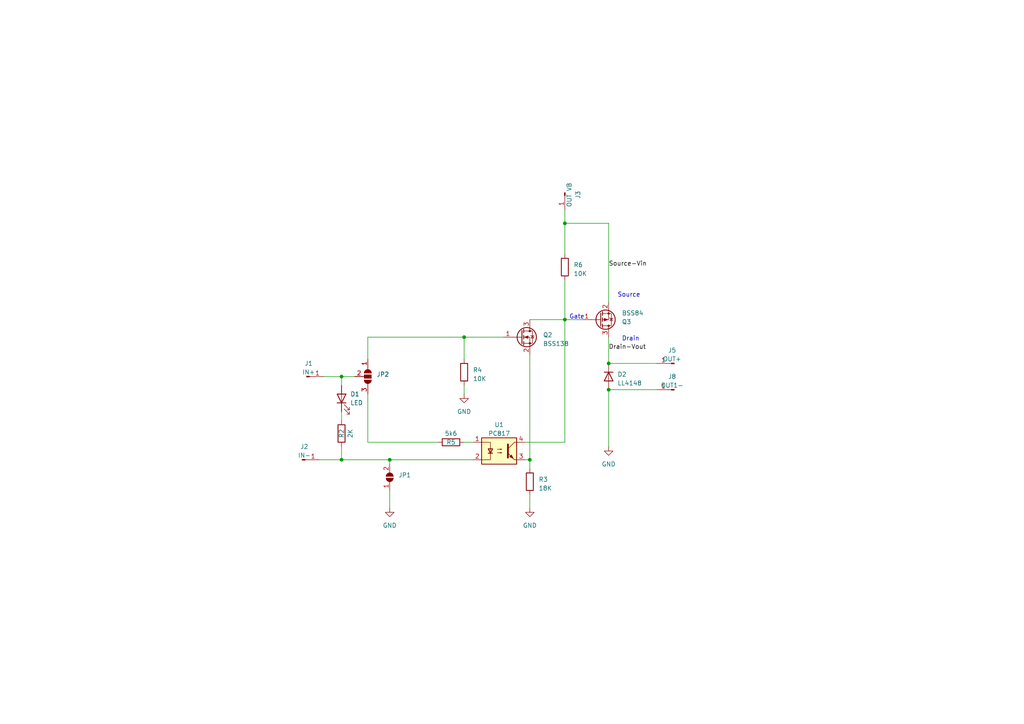
<source format=kicad_sch>
(kicad_sch (version 20230121) (generator eeschema)
  (paper "A4")
  (lib_symbols
    (symbol "Connector:Conn_01x01_Pin" (pin_names (offset 1.016) hide)
      (property "Reference" "J" (at 0 2.54 0))
      (property "Value" "Conn_01x01_Pin" (at 0 -2.54 0))
      (symbol "Conn_01x01_Pin_1_1"
        (polyline (pts (xy 1.27 0) (xy 0.8636 0)) (stroke (width 0.1524)))
        (rectangle (start 0.8636 0.127) (end 0 -0.127) (stroke (width 0.1524)) (fill (type outline)))
        (pin passive line (at 5.08 0 180) (length 3.81) (name "Pin_1") (number "1"))
      )
    )
    (symbol "Device:LED" (pin_numbers hide) (pin_names (offset 1.016) hide)
      (property "Reference" "D" (at 0 2.54 0))
      (property "Value" "LED" (at 0 -2.54 0))
      (symbol "LED_0_1"
        (polyline (pts (xy -1.27 -1.27) (xy -1.27 1.27)) (stroke (width 0.254)))
        (polyline (pts (xy -1.27 0) (xy 1.27 0)))
        (polyline (pts (xy 1.27 -1.27) (xy 1.27 1.27) (xy -1.27 0) (xy 1.27 -1.27)) (stroke (width 0.254)))
        (polyline (pts (xy -3.048 -0.762) (xy -4.572 -2.286) (xy -3.81 -2.286) (xy -4.572 -2.286) (xy -4.572 -1.524)))
        (polyline (pts (xy -1.778 -0.762) (xy -3.302 -2.286) (xy -2.54 -2.286) (xy -3.302 -2.286) (xy -3.302 -1.524)))
      )
      (symbol "LED_1_1"
        (pin passive line (at -3.81 0 0) (length 2.54) (name "K") (number "1"))
        (pin passive line (at 3.81 0 180) (length 2.54) (name "A") (number "2"))
      )
    )
    (symbol "Device:R" (pin_numbers hide) (pin_names (offset 0))
      (property "Reference" "R" (at 2.032 0 90))
      (property "Value" "R" (at 0 0 90))
      (symbol "R_0_1"
        (rectangle (start -1.016 -2.54) (end 1.016 2.54) (stroke (width 0.254)))
      )
      (symbol "R_1_1"
        (pin passive line (at 0 3.81 270) (length 1.27) (name "~") (number "1"))
        (pin passive line (at 0 -3.81 90) (length 1.27) (name "~") (number "2"))
      )
    )
    (symbol "Diode:1N4148W" (pin_numbers hide) (pin_names hide)
      (property "Reference" "D" (at 0 2.54 0))
      (property "Value" "1N4148W" (at 0 -2.54 0))
      (symbol "1N4148W_0_1"
        (polyline (pts (xy -1.27 1.27) (xy -1.27 -1.27)) (stroke (width 0.254)))
        (polyline (pts (xy 1.27 0) (xy -1.27 0)))
        (polyline (pts (xy 1.27 1.27) (xy 1.27 -1.27) (xy -1.27 0) (xy 1.27 1.27)) (stroke (width 0.254)))
      )
      (symbol "1N4148W_1_1"
        (pin passive line (at -3.81 0 0) (length 2.54) (name "K") (number "1"))
        (pin passive line (at 3.81 0 180) (length 2.54) (name "A") (number "2"))
      )
    )
    (symbol "Isolator:PC817" (pin_names (offset 1.016))
      (property "Reference" "U" (at -5.08 5.08 0))
      (property "Value" "PC817" (at 0 5.08 0))
      (symbol "PC817_0_1"
        (rectangle (start -5.08 3.81) (end 5.08 -3.81) (stroke (width 0.254)) (fill (type background)))
        (polyline (pts (xy -3.175 -0.635) (xy -1.905 -0.635)) (stroke (width 0.254)))
        (polyline (pts (xy 2.54 0.635) (xy 4.445 2.54)))
        (polyline (pts (xy 4.445 -2.54) (xy 2.54 -0.635)) (fill (type outline)))
        (polyline (pts (xy 4.445 -2.54) (xy 5.08 -2.54)))
        (polyline (pts (xy 4.445 2.54) (xy 5.08 2.54)))
        (polyline (pts (xy -5.08 2.54) (xy -2.54 2.54) (xy -2.54 -0.635)))
        (polyline (pts (xy -2.54 -0.635) (xy -2.54 -2.54) (xy -5.08 -2.54)))
        (polyline (pts (xy 2.54 1.905) (xy 2.54 -1.905) (xy 2.54 -1.905)) (stroke (width 0.508)))
        (polyline (pts (xy -2.54 -0.635) (xy -3.175 0.635) (xy -1.905 0.635) (xy -2.54 -0.635)) (stroke (width 0.254)))
        (polyline (pts (xy -0.508 -0.508) (xy 0.762 -0.508) (xy 0.381 -0.635) (xy 0.381 -0.381) (xy 0.762 -0.508)))
        (polyline (pts (xy -0.508 0.508) (xy 0.762 0.508) (xy 0.381 0.381) (xy 0.381 0.635) (xy 0.762 0.508)))
        (polyline (pts (xy 3.048 -1.651) (xy 3.556 -1.143) (xy 4.064 -2.159) (xy 3.048 -1.651) (xy 3.048 -1.651)) (fill (type outline)))
      )
      (symbol "PC817_1_1"
        (pin passive line (at -7.62 2.54 0) (length 2.54) (name "~") (number "1"))
        (pin passive line (at -7.62 -2.54 0) (length 2.54) (name "~") (number "2"))
        (pin passive line (at 7.62 -2.54 180) (length 2.54) (name "~") (number "3"))
        (pin passive line (at 7.62 2.54 180) (length 2.54) (name "~") (number "4"))
      )
    )
    (symbol "Jumper:SolderJumper_2_Open" (pin_names (offset 0) hide)
      (property "Reference" "JP" (at 0 2.032 0))
      (property "Value" "SolderJumper_2_Open" (at 0 -2.54 0))
      (symbol "SolderJumper_2_Open_0_1"
        (arc (start -0.254 1.016) (mid -1.2656 0) (end -0.254 -1.016))
        (arc (start -0.254 1.016) (mid -1.2656 0) (end -0.254 -1.016) (fill (type outline)))
        (polyline (pts (xy -0.254 1.016) (xy -0.254 -1.016)))
        (polyline (pts (xy 0.254 1.016) (xy 0.254 -1.016)))
        (arc (start 0.254 -1.016) (mid 1.2656 0) (end 0.254 1.016))
        (arc (start 0.254 -1.016) (mid 1.2656 0) (end 0.254 1.016) (fill (type outline)))
      )
      (symbol "SolderJumper_2_Open_1_1"
        (pin passive line (at -3.81 0 0) (length 2.54) (name "A") (number "1"))
        (pin passive line (at 3.81 0 180) (length 2.54) (name "B") (number "2"))
      )
    )
    (symbol "Jumper:SolderJumper_3_Open" (pin_names (offset 0) hide)
      (property "Reference" "JP" (at -2.54 -2.54 0))
      (property "Value" "SolderJumper_3_Open" (at 0 2.794 0))
      (symbol "SolderJumper_3_Open_0_1"
        (arc (start -1.016 1.016) (mid -2.0276 0) (end -1.016 -1.016))
        (arc (start -1.016 1.016) (mid -2.0276 0) (end -1.016 -1.016) (fill (type outline)))
        (rectangle (start -0.508 1.016) (end 0.508 -1.016) (fill (type outline)))
        (polyline (pts (xy -2.54 0) (xy -2.032 0)))
        (polyline (pts (xy -1.016 1.016) (xy -1.016 -1.016)))
        (polyline (pts (xy 0 -1.27) (xy 0 -1.016)))
        (polyline (pts (xy 1.016 1.016) (xy 1.016 -1.016)))
        (polyline (pts (xy 2.54 0) (xy 2.032 0)))
        (arc (start 1.016 -1.016) (mid 2.0276 0) (end 1.016 1.016))
        (arc (start 1.016 -1.016) (mid 2.0276 0) (end 1.016 1.016) (fill (type outline)))
      )
      (symbol "SolderJumper_3_Open_1_1"
        (pin passive line (at -5.08 0 0) (length 2.54) (name "A") (number "1"))
        (pin passive line (at 0 -3.81 90) (length 2.54) (name "C") (number "2"))
        (pin passive line (at 5.08 0 180) (length 2.54) (name "B") (number "3"))
      )
    )
    (symbol "Transistor_FET:BSS138" (pin_names hide)
      (property "Reference" "Q" (at 5.08 1.905 0))
      (property "Value" "BSS138" (at 5.08 0 0))
      (symbol "BSS138_0_1"
        (polyline (pts (xy 0.254 0) (xy -2.54 0)))
        (polyline (pts (xy 0.254 1.905) (xy 0.254 -1.905)) (stroke (width 0.254)))
        (polyline (pts (xy 0.762 -1.27) (xy 0.762 -2.286)) (stroke (width 0.254)))
        (polyline (pts (xy 0.762 0.508) (xy 0.762 -0.508)) (stroke (width 0.254)))
        (polyline (pts (xy 0.762 2.286) (xy 0.762 1.27)) (stroke (width 0.254)))
        (polyline (pts (xy 2.54 2.54) (xy 2.54 1.778)))
        (polyline (pts (xy 2.54 -2.54) (xy 2.54 0) (xy 0.762 0)))
        (polyline (pts (xy 0.762 -1.778) (xy 3.302 -1.778) (xy 3.302 1.778) (xy 0.762 1.778)))
        (polyline (pts (xy 1.016 0) (xy 2.032 0.381) (xy 2.032 -0.381) (xy 1.016 0)) (fill (type outline)))
        (polyline (pts (xy 2.794 0.508) (xy 2.921 0.381) (xy 3.683 0.381) (xy 3.81 0.254)))
        (polyline (pts (xy 3.302 0.381) (xy 2.921 -0.254) (xy 3.683 -0.254) (xy 3.302 0.381)))
        (circle (center 1.651 0) (radius 2.794) (stroke (width 0.254)))
        (circle (center 2.54 -1.778) (radius 0.254) (fill (type outline)))
        (circle (center 2.54 1.778) (radius 0.254) (fill (type outline)))
      )
      (symbol "BSS138_1_1"
        (pin input line (at -5.08 0 0) (length 2.54) (name "G") (number "1"))
        (pin passive line (at 2.54 -5.08 90) (length 2.54) (name "S") (number "2"))
        (pin passive line (at 2.54 5.08 270) (length 2.54) (name "D") (number "3"))
      )
    )
    (symbol "Transistor_FET:BSS84" (pin_names hide)
      (property "Reference" "Q" (at 5.08 1.905 0))
      (property "Value" "BSS84" (at 5.08 0 0))
      (symbol "BSS84_0_1"
        (polyline (pts (xy 0.254 0) (xy -2.54 0)))
        (polyline (pts (xy 0.254 1.905) (xy 0.254 -1.905)) (stroke (width 0.254)))
        (polyline (pts (xy 0.762 -1.27) (xy 0.762 -2.286)) (stroke (width 0.254)))
        (polyline (pts (xy 0.762 0.508) (xy 0.762 -0.508)) (stroke (width 0.254)))
        (polyline (pts (xy 0.762 2.286) (xy 0.762 1.27)) (stroke (width 0.254)))
        (polyline (pts (xy 2.54 2.54) (xy 2.54 1.778)))
        (polyline (pts (xy 2.54 -2.54) (xy 2.54 0) (xy 0.762 0)))
        (polyline (pts (xy 0.762 1.778) (xy 3.302 1.778) (xy 3.302 -1.778) (xy 0.762 -1.778)))
        (polyline (pts (xy 2.286 0) (xy 1.27 0.381) (xy 1.27 -0.381) (xy 2.286 0)) (fill (type outline)))
        (polyline (pts (xy 2.794 -0.508) (xy 2.921 -0.381) (xy 3.683 -0.381) (xy 3.81 -0.254)))
        (polyline (pts (xy 3.302 -0.381) (xy 2.921 0.254) (xy 3.683 0.254) (xy 3.302 -0.381)))
        (circle (center 1.651 0) (radius 2.794) (stroke (width 0.254)))
        (circle (center 2.54 -1.778) (radius 0.254) (fill (type outline)))
        (circle (center 2.54 1.778) (radius 0.254) (fill (type outline)))
      )
      (symbol "BSS84_1_1"
        (pin input line (at -5.08 0 0) (length 2.54) (name "G") (number "1"))
        (pin passive line (at 2.54 -5.08 90) (length 2.54) (name "S") (number "2"))
        (pin passive line (at 2.54 5.08 270) (length 2.54) (name "D") (number "3"))
      )
    )
    (symbol "power:GND" (power) (pin_names (offset 0))
      (property "Value" "GND" (at 0 -3.81 0))
      (symbol "GND_0_1"
        (polyline (pts (xy 0 0) (xy 0 -1.27) (xy 1.27 -1.27) (xy 0 -2.54) (xy -1.27 -1.27) (xy 0 -1.27)))
      )
      (symbol "GND_1_1"
        (pin power_in line (at 0 0 270) (length 0) hide (name "GND") (number "1"))
      )
    )
  )
  (junction (at 163.83 64.77))
  (junction (at 176.53 105.41))
  (junction (at 134.62 97.79))
  (junction (at 153.67 133.35))
  (junction (at 113.03 133.35))
  (junction (at 99.06 109.22))
  (junction (at 176.53 113.03))
  (junction (at 99.06 133.35))
  (junction (at 163.83 92.71))
  (wire (pts (xy 134.62 128.27) (xy 137.16 128.27)))
  (wire (pts (xy 92.71 133.35) (xy 99.06 133.35)))
  (wire (pts (xy 134.62 111.76) (xy 134.62 114.3)))
  (wire (pts (xy 113.03 147.32) (xy 113.03 142.24)))
  (wire (pts (xy 106.68 128.27) (xy 127 128.27)))
  (wire (pts (xy 113.03 133.35) (xy 137.16 133.35)))
  (wire (pts (xy 99.06 133.35) (xy 113.03 133.35)))
  (wire (pts (xy 152.4 133.35) (xy 153.67 133.35)))
  (wire (pts (xy 134.62 97.79) (xy 134.62 104.14)))
  (wire (pts (xy 153.67 143.51) (xy 153.67 147.32)))
  (wire (pts (xy 176.53 64.77) (xy 176.53 87.63)))
  (wire (pts (xy 153.67 92.71) (xy 163.83 92.71)))
  (wire (pts (xy 153.67 133.35) (xy 153.67 135.89)))
  (wire (pts (xy 106.68 97.79) (xy 134.62 97.79)))
  (wire (pts (xy 163.83 64.77) (xy 163.83 73.66)))
  (wire (pts (xy 93.98 109.22) (xy 99.06 109.22)))
  (wire (pts (xy 106.68 104.14) (xy 106.68 97.79)))
  (wire (pts (xy 99.06 109.22) (xy 99.06 111.76)))
  (wire (pts (xy 99.06 121.92) (xy 99.06 119.38)))
  (wire (pts (xy 152.4 128.27) (xy 163.83 128.27)))
  (wire (pts (xy 176.53 113.03) (xy 190.5 113.03)))
  (wire (pts (xy 176.53 97.79) (xy 176.53 105.41)))
  (wire (pts (xy 99.06 109.22) (xy 102.87 109.22)))
  (wire (pts (xy 163.83 92.71) (xy 168.91 92.71)))
  (wire (pts (xy 134.62 97.79) (xy 146.05 97.79)))
  (wire (pts (xy 163.83 92.71) (xy 163.83 128.27)))
  (wire (pts (xy 153.67 102.87) (xy 153.67 133.35)))
  (wire (pts (xy 176.53 129.54) (xy 176.53 113.03)))
  (wire (pts (xy 163.83 64.77) (xy 176.53 64.77)))
  (wire (pts (xy 163.83 60.96) (xy 163.83 64.77)))
  (wire (pts (xy 163.83 81.28) (xy 163.83 92.71)))
  (wire (pts (xy 113.03 133.35) (xy 113.03 134.62)))
  (wire (pts (xy 176.53 105.41) (xy 190.5 105.41)))
  (wire (pts (xy 99.06 129.54) (xy 99.06 133.35)))
  (wire (pts (xy 106.68 128.27) (xy 106.68 114.3)))
  (text "Drain" (at 180.34 99.06 0) (effects (font (size 1.27 1.27)) (justify left bottom)))
  (text "Source" (at 179.07 86.36 0) (effects (font (size 1.27 1.27)) (justify left bottom)))
  (text "Gate" (at 165.1 92.71 0) (effects (font (size 1.27 1.27)) (justify left bottom)))
  (label "Source-Vin" (at 176.53 77.47 0))
  (label "Drain-Vout" (at 176.53 101.6 0))
  (symbol (lib_id "Isolator:PC817") (at 144.78 130.81 0) (unit 1)
    (property "Reference" "U1" (at 144.78 123.19 0))
    (property "Value" "PC817" (at 144.78 125.73 0))
    (property "Footprint" "Package_DIP:SMDIP-4_W9.53mm" (effects hide))
    (property "Datasheet" "http://www.soselectronic.cz/a_info/resource/d/pc817.pdf" (effects hide))
  )
  (symbol (lib_id "Device:R") (at 134.62 107.95 180) (unit 1)
    (property "Reference" "R4" (at 137.16 107.315 0) (effects (justify right)))
    (property "Value" "10K" (at 137.16 109.855 0) (effects (justify right)))
    (property "Footprint" "Resistor_SMD:R_0805_2012Metric_Pad1.20x1.40mm_HandSolder" (effects hide))
  )
  (symbol (lib_id "power:GND") (at 134.62 114.3 0) (unit 1)
    (property "Reference" "#PWR01" (effects hide))
    (property "Value" "GND" (at 134.62 119.38 0))
  )
  (symbol (lib_id "Jumper:SolderJumper_3_Open") (at 106.68 109.22 270) (unit 1)
    (property "Reference" "JP2" (at 109.22 108.585 90) (effects (justify left)))
    (property "Value" "SolderJumper_3_Open" (effects hide))
    (property "Footprint" "Jumper:SolderJumper-3_P1.3mm_Open_Pad1.0x1.5mm" (effects hide))
  )
  (symbol (lib_id "Connector:Conn_01x01_Pin") (at 195.58 113.03 180) (unit 1)
    (property "Reference" "J8" (at 194.945 109.22 0))
    (property "Value" "OUT1-" (at 194.945 111.76 0))
    (property "Footprint" "Library:Wago_Contact" (effects hide))
  )
  (symbol (lib_id "Connector:Conn_01x01_Pin") (at 87.63 133.35 0) (unit 1)
    (property "Reference" "J2" (at 88.265 129.54 0))
    (property "Value" "IN-" (at 88.265 132.08 0))
    (property "Footprint" "Library:Wago_Contact" (effects hide))
  )
  (symbol (lib_id "Transistor_FET:BSS84") (at 173.99 92.71 0) (mirror x) (unit 1)
    (property "Reference" "Q3" (at 180.34 93.345 0) (effects (justify left)))
    (property "Value" "BSS84" (at 180.34 90.805 0) (effects (justify left)))
    (property "Footprint" "Package_TO_SOT_SMD:SOT-23_Handsoldering" (effects hide))
    (property "Datasheet" "http://assets.nexperia.com/documents/data-sheet/BSS84.pdf" (effects hide))
  )
  (symbol (lib_id "Connector:Conn_01x01_Pin") (at 88.9 109.22 0) (unit 1)
    (property "Reference" "J1" (at 89.535 105.41 0))
    (property "Value" "IN+" (at 89.535 107.95 0))
    (property "Footprint" "Library:Wago_Contact" (effects hide))
  )
  (symbol (lib_id "power:GND") (at 153.67 147.32 0) (unit 1)
    (property "Reference" "#PWR05" (effects hide))
    (property "Value" "GND" (at 153.67 152.4 0))
  )
  (symbol (lib_id "Device:R") (at 163.83 77.47 180) (unit 1)
    (property "Reference" "R6" (at 166.37 76.835 0) (effects (justify right)))
    (property "Value" "10K" (at 166.37 79.375 0) (effects (justify right)))
    (property "Footprint" "Resistor_SMD:R_0805_2012Metric_Pad1.20x1.40mm_HandSolder" (effects hide))
  )
  (symbol (lib_id "power:GND") (at 113.03 147.32 0) (unit 1)
    (property "Reference" "#PWR06" (effects hide))
    (property "Value" "GND" (at 113.03 152.4 0))
  )
  (symbol (lib_id "Transistor_FET:BSS138") (at 151.13 97.79 0) (unit 1)
    (property "Reference" "Q2" (at 157.48 97.155 0) (effects (justify left)))
    (property "Value" "BSS138" (at 157.48 99.695 0) (effects (justify left)))
    (property "Footprint" "Package_TO_SOT_SMD:SOT-23_Handsoldering" (effects hide))
    (property "Datasheet" "https://www.onsemi.com/pub/Collateral/BSS138-D.PDF" (effects hide))
  )
  (symbol (lib_id "Connector:Conn_01x01_Pin") (at 163.83 55.88 270) (unit 1)
    (property "Reference" "J3" (at 167.64 56.515 0))
    (property "Value" "OUT VB" (at 165.1 56.515 0))
    (property "Footprint" "Library:Wago_Contact" (effects hide))
  )
  (symbol (lib_id "Diode:1N4148W") (at 176.53 109.22 270) (unit 1)
    (property "Reference" "D2" (at 179.07 108.585 90) (effects (justify left)))
    (property "Value" "LL4148" (at 179.07 111.125 90) (effects (justify left)))
    (property "Footprint" "Diode_SMD:D_1206_3216Metric_Pad1.42x1.75mm_HandSolder" (effects hide))
    (property "Datasheet" "https://www.vishay.com/docs/85748/1n4148w.pdf" (effects hide))
    (property "Sim.Device" "D" (effects hide))
    (property "Sim.Pins" "1=K 2=A" (effects hide))
  )
  (symbol (lib_id "power:GND") (at 176.53 129.54 0) (unit 1)
    (property "Reference" "#PWR04" (effects hide))
    (property "Value" "GND" (at 176.53 134.62 0))
  )
  (symbol (lib_id "Device:R") (at 99.06 125.73 0) (unit 1)
    (property "Reference" "R2" (at 99.06 125.73 90))
    (property "Value" "2K" (at 101.6 125.73 90))
    (property "Footprint" "Resistor_SMD:R_0805_2012Metric_Pad1.20x1.40mm_HandSolder" (effects hide))
  )
  (symbol (lib_id "Device:R") (at 153.67 139.7 180) (unit 1)
    (property "Reference" "R3" (at 156.21 139.065 0) (effects (justify right)))
    (property "Value" "18K" (at 156.21 141.605 0) (effects (justify right)))
    (property "Footprint" "Resistor_SMD:R_0805_2012Metric_Pad1.20x1.40mm_HandSolder" (effects hide))
  )
  (symbol (lib_id "Device:LED") (at 99.06 115.57 90) (unit 1)
    (property "Reference" "D1" (at 101.6 114.3 90) (effects (justify right)))
    (property "Value" "LED" (at 101.6 116.84 90) (effects (justify right)))
    (property "Footprint" "LED_SMD:LED_1206_3216Metric_Pad1.42x1.75mm_HandSolder" (effects hide))
  )
  (symbol (lib_id "Connector:Conn_01x01_Pin") (at 195.58 105.41 180) (unit 1)
    (property "Reference" "J5" (at 194.945 101.6 0))
    (property "Value" "OUT+" (at 194.945 104.14 0))
    (property "Footprint" "Library:Wago_Contact" (effects hide))
  )
  (symbol (lib_id "Jumper:SolderJumper_2_Open") (at 113.03 138.43 90) (unit 1)
    (property "Reference" "JP1" (at 115.57 137.795 90) (effects (justify right)))
    (property "Value" "SolderJumper_2_Open" (effects hide))
    (property "Footprint" "Jumper:SolderJumper-2_P1.3mm_Open_Pad1.0x1.5mm" (effects hide))
  )
  (symbol (lib_id "Device:R") (at 130.81 128.27 90) (unit 1)
    (property "Reference" "R5" (at 130.81 128.27 90))
    (property "Value" "5k6" (at 130.81 125.73 90))
    (property "Footprint" "Resistor_SMD:R_0805_2012Metric_Pad1.20x1.40mm_HandSolder" (effects hide))
  )
)
</source>
